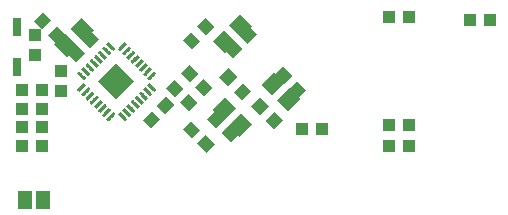
<source format=gbr>
G04 EAGLE Gerber RS-274X export*
G75*
%MOMM*%
%FSLAX34Y34*%
%LPD*%
%INSolderpaste Bottom*%
%IPPOS*%
%AMOC8*
5,1,8,0,0,1.08239X$1,22.5*%
G01*
%ADD10R,1.100000X1.000000*%
%ADD11R,1.000000X1.100000*%
%ADD12R,0.800000X1.600000*%
%ADD13R,2.160000X2.160000*%
%ADD14C,0.067500*%
%ADD15R,1.300000X1.500000*%
%ADD16R,1.168400X1.600200*%


D10*
G36*
X-26093Y68089D02*
X-18316Y60312D01*
X-25387Y53241D01*
X-33164Y61018D01*
X-26093Y68089D01*
G37*
G36*
X-38113Y80109D02*
X-30336Y72332D01*
X-37407Y65261D01*
X-45184Y73038D01*
X-38113Y80109D01*
G37*
D11*
G36*
X19830Y85105D02*
X12759Y92176D01*
X20536Y99953D01*
X27607Y92882D01*
X19830Y85105D01*
G37*
G36*
X31851Y73084D02*
X24780Y80155D01*
X32557Y87932D01*
X39628Y80861D01*
X31851Y73084D01*
G37*
G36*
X-33164Y160351D02*
X-26093Y167422D01*
X-18316Y159645D01*
X-25387Y152574D01*
X-33164Y160351D01*
G37*
G36*
X-45184Y148330D02*
X-38113Y155401D01*
X-30336Y147624D01*
X-37407Y140553D01*
X-45184Y148330D01*
G37*
D10*
G36*
X-5455Y76820D02*
X2322Y69043D01*
X-4749Y61972D01*
X-12526Y69749D01*
X-5455Y76820D01*
G37*
G36*
X-17476Y88841D02*
X-9699Y81064D01*
X-16770Y73993D01*
X-24547Y81770D01*
X-17476Y88841D01*
G37*
G36*
X2555Y152501D02*
X10332Y160278D01*
X17403Y153207D01*
X9626Y145430D01*
X2555Y152501D01*
G37*
G36*
X-9466Y140480D02*
X-1689Y148257D01*
X5382Y141186D01*
X-2395Y133409D01*
X-9466Y140480D01*
G37*
G36*
X51695Y114126D02*
X59472Y106349D01*
X52401Y99278D01*
X44624Y107055D01*
X51695Y114126D01*
G37*
G36*
X39674Y126147D02*
X47451Y118370D01*
X40380Y111299D01*
X32603Y119076D01*
X39674Y126147D01*
G37*
G36*
X-38995Y112886D02*
X-46772Y120663D01*
X-39701Y127734D01*
X-31924Y119957D01*
X-38995Y112886D01*
G37*
G36*
X-26974Y100866D02*
X-34751Y108643D01*
X-27680Y115714D01*
X-19903Y107937D01*
X-26974Y100866D01*
G37*
G36*
X-51695Y100186D02*
X-59472Y107963D01*
X-52401Y115034D01*
X-44624Y107257D01*
X-51695Y100186D01*
G37*
G36*
X-39674Y88166D02*
X-47451Y95943D01*
X-40380Y103014D01*
X-32603Y95237D01*
X-39674Y88166D01*
G37*
D11*
G36*
X-7157Y109711D02*
X-14228Y116782D01*
X-6451Y124559D01*
X620Y117488D01*
X-7157Y109711D01*
G37*
G36*
X4864Y97691D02*
X-2207Y104762D01*
X5570Y112539D01*
X12641Y105468D01*
X4864Y97691D01*
G37*
D10*
X-164538Y58738D03*
X-181538Y58738D03*
X-164538Y106363D03*
X-181538Y106363D03*
D11*
X-181538Y74613D03*
X-164538Y74613D03*
X-181538Y90488D03*
X-164538Y90488D03*
X-148431Y105006D03*
X-148431Y122006D03*
D10*
G36*
X-67295Y92970D02*
X-59518Y100747D01*
X-52447Y93676D01*
X-60224Y85899D01*
X-67295Y92970D01*
G37*
G36*
X-79316Y80949D02*
X-71539Y88726D01*
X-64468Y81655D01*
X-72245Y73878D01*
X-79316Y80949D01*
G37*
G36*
X-127968Y137218D02*
X-135745Y129441D01*
X-142816Y136512D01*
X-135039Y144289D01*
X-127968Y137218D01*
G37*
G36*
X-115947Y149238D02*
X-123724Y141461D01*
X-130795Y148532D01*
X-123018Y156309D01*
X-115947Y149238D01*
G37*
D12*
X-185738Y125875D03*
X-185738Y159875D03*
D11*
X146613Y168275D03*
X129613Y168275D03*
D10*
X129613Y76200D03*
X146613Y76200D03*
D11*
X129613Y58738D03*
X146613Y58738D03*
D10*
X214875Y165100D03*
X197875Y165100D03*
D11*
X72794Y73025D03*
X55794Y73025D03*
D13*
G36*
X-101600Y128779D02*
X-86327Y113506D01*
X-101600Y98233D01*
X-116873Y113506D01*
X-101600Y128779D01*
G37*
D14*
X-103209Y85717D02*
X-108459Y80467D01*
X-109891Y81899D01*
X-104641Y87149D01*
X-103209Y85717D01*
X-107818Y81108D02*
X-109100Y81108D01*
X-109741Y81749D02*
X-107177Y81749D01*
X-106536Y82390D02*
X-109400Y82390D01*
X-108759Y83031D02*
X-105895Y83031D01*
X-105254Y83672D02*
X-108118Y83672D01*
X-107477Y84313D02*
X-104613Y84313D01*
X-103972Y84954D02*
X-106836Y84954D01*
X-106195Y85595D02*
X-103331Y85595D01*
X-103728Y86236D02*
X-105554Y86236D01*
X-104913Y86877D02*
X-104369Y86877D01*
X-106744Y89252D02*
X-111994Y84002D01*
X-113426Y85434D01*
X-108176Y90684D01*
X-106744Y89252D01*
X-111353Y84643D02*
X-112635Y84643D01*
X-113276Y85284D02*
X-110712Y85284D01*
X-110071Y85925D02*
X-112935Y85925D01*
X-112294Y86566D02*
X-109430Y86566D01*
X-108789Y87207D02*
X-111653Y87207D01*
X-111012Y87848D02*
X-108148Y87848D01*
X-107507Y88489D02*
X-110371Y88489D01*
X-109730Y89130D02*
X-106866Y89130D01*
X-107263Y89771D02*
X-109089Y89771D01*
X-108448Y90412D02*
X-107904Y90412D01*
X-110280Y92788D02*
X-115530Y87538D01*
X-116962Y88970D01*
X-111712Y94220D01*
X-110280Y92788D01*
X-114889Y88179D02*
X-116171Y88179D01*
X-116812Y88820D02*
X-114248Y88820D01*
X-113607Y89461D02*
X-116471Y89461D01*
X-115830Y90102D02*
X-112966Y90102D01*
X-112325Y90743D02*
X-115189Y90743D01*
X-114548Y91384D02*
X-111684Y91384D01*
X-111043Y92025D02*
X-113907Y92025D01*
X-113266Y92666D02*
X-110402Y92666D01*
X-110799Y93307D02*
X-112625Y93307D01*
X-111984Y93948D02*
X-111440Y93948D01*
X-113815Y96323D02*
X-119065Y91073D01*
X-120497Y92505D01*
X-115247Y97755D01*
X-113815Y96323D01*
X-118424Y91714D02*
X-119706Y91714D01*
X-120347Y92355D02*
X-117783Y92355D01*
X-117142Y92996D02*
X-120006Y92996D01*
X-119365Y93637D02*
X-116501Y93637D01*
X-115860Y94278D02*
X-118724Y94278D01*
X-118083Y94919D02*
X-115219Y94919D01*
X-114578Y95560D02*
X-117442Y95560D01*
X-116801Y96201D02*
X-113937Y96201D01*
X-114334Y96842D02*
X-116160Y96842D01*
X-115519Y97483D02*
X-114975Y97483D01*
X-117351Y99859D02*
X-122601Y94609D01*
X-124033Y96041D01*
X-118783Y101291D01*
X-117351Y99859D01*
X-121960Y95250D02*
X-123242Y95250D01*
X-123883Y95891D02*
X-121319Y95891D01*
X-120678Y96532D02*
X-123542Y96532D01*
X-122901Y97173D02*
X-120037Y97173D01*
X-119396Y97814D02*
X-122260Y97814D01*
X-121619Y98455D02*
X-118755Y98455D01*
X-118114Y99096D02*
X-120978Y99096D01*
X-120337Y99737D02*
X-117473Y99737D01*
X-117870Y100378D02*
X-119696Y100378D01*
X-119055Y101019D02*
X-118511Y101019D01*
X-120886Y103394D02*
X-126136Y98144D01*
X-127568Y99576D01*
X-122318Y104826D01*
X-120886Y103394D01*
X-125495Y98785D02*
X-126777Y98785D01*
X-127418Y99426D02*
X-124854Y99426D01*
X-124213Y100067D02*
X-127077Y100067D01*
X-126436Y100708D02*
X-123572Y100708D01*
X-122931Y101349D02*
X-125795Y101349D01*
X-125154Y101990D02*
X-122290Y101990D01*
X-121649Y102631D02*
X-124513Y102631D01*
X-123872Y103272D02*
X-121008Y103272D01*
X-121405Y103913D02*
X-123231Y103913D01*
X-122590Y104554D02*
X-122046Y104554D01*
X-124422Y106930D02*
X-129672Y101680D01*
X-131104Y103112D01*
X-125854Y108362D01*
X-124422Y106930D01*
X-129031Y102321D02*
X-130313Y102321D01*
X-130954Y102962D02*
X-128390Y102962D01*
X-127749Y103603D02*
X-130613Y103603D01*
X-129972Y104244D02*
X-127108Y104244D01*
X-126467Y104885D02*
X-129331Y104885D01*
X-128690Y105526D02*
X-125826Y105526D01*
X-125185Y106167D02*
X-128049Y106167D01*
X-127408Y106808D02*
X-124544Y106808D01*
X-124941Y107449D02*
X-126767Y107449D01*
X-126126Y108090D02*
X-125582Y108090D01*
X-127958Y110466D02*
X-133208Y105216D01*
X-134640Y106648D01*
X-129390Y111898D01*
X-127958Y110466D01*
X-132567Y105857D02*
X-133849Y105857D01*
X-134490Y106498D02*
X-131926Y106498D01*
X-131285Y107139D02*
X-134149Y107139D01*
X-133508Y107780D02*
X-130644Y107780D01*
X-130003Y108421D02*
X-132867Y108421D01*
X-132226Y109062D02*
X-129362Y109062D01*
X-128721Y109703D02*
X-131585Y109703D01*
X-130944Y110344D02*
X-128080Y110344D01*
X-128477Y110985D02*
X-130303Y110985D01*
X-129662Y111626D02*
X-129118Y111626D01*
X-98559Y139864D02*
X-93309Y145114D01*
X-98559Y139864D02*
X-99991Y141296D01*
X-94741Y146546D01*
X-93309Y145114D01*
X-97918Y140505D02*
X-99200Y140505D01*
X-99841Y141146D02*
X-97277Y141146D01*
X-96636Y141787D02*
X-99500Y141787D01*
X-98859Y142428D02*
X-95995Y142428D01*
X-95354Y143069D02*
X-98218Y143069D01*
X-97577Y143710D02*
X-94713Y143710D01*
X-94072Y144351D02*
X-96936Y144351D01*
X-96295Y144992D02*
X-93431Y144992D01*
X-93828Y145633D02*
X-95654Y145633D01*
X-95013Y146274D02*
X-94469Y146274D01*
X-89774Y141578D02*
X-95024Y136328D01*
X-96456Y137760D01*
X-91206Y143010D01*
X-89774Y141578D01*
X-94383Y136969D02*
X-95665Y136969D01*
X-96306Y137610D02*
X-93742Y137610D01*
X-93101Y138251D02*
X-95965Y138251D01*
X-95324Y138892D02*
X-92460Y138892D01*
X-91819Y139533D02*
X-94683Y139533D01*
X-94042Y140174D02*
X-91178Y140174D01*
X-90537Y140815D02*
X-93401Y140815D01*
X-92760Y141456D02*
X-89896Y141456D01*
X-90293Y142097D02*
X-92119Y142097D01*
X-91478Y142738D02*
X-90934Y142738D01*
X-86238Y138043D02*
X-91488Y132793D01*
X-92920Y134225D01*
X-87670Y139475D01*
X-86238Y138043D01*
X-90847Y133434D02*
X-92129Y133434D01*
X-92770Y134075D02*
X-90206Y134075D01*
X-89565Y134716D02*
X-92429Y134716D01*
X-91788Y135357D02*
X-88924Y135357D01*
X-88283Y135998D02*
X-91147Y135998D01*
X-90506Y136639D02*
X-87642Y136639D01*
X-87001Y137280D02*
X-89865Y137280D01*
X-89224Y137921D02*
X-86360Y137921D01*
X-86757Y138562D02*
X-88583Y138562D01*
X-87942Y139203D02*
X-87398Y139203D01*
X-82703Y134507D02*
X-87953Y129257D01*
X-89385Y130689D01*
X-84135Y135939D01*
X-82703Y134507D01*
X-87312Y129898D02*
X-88594Y129898D01*
X-89235Y130539D02*
X-86671Y130539D01*
X-86030Y131180D02*
X-88894Y131180D01*
X-88253Y131821D02*
X-85389Y131821D01*
X-84748Y132462D02*
X-87612Y132462D01*
X-86971Y133103D02*
X-84107Y133103D01*
X-83466Y133744D02*
X-86330Y133744D01*
X-85689Y134385D02*
X-82825Y134385D01*
X-83222Y135026D02*
X-85048Y135026D01*
X-84407Y135667D02*
X-83863Y135667D01*
X-79167Y130972D02*
X-84417Y125722D01*
X-85849Y127154D01*
X-80599Y132404D01*
X-79167Y130972D01*
X-83776Y126363D02*
X-85058Y126363D01*
X-85699Y127004D02*
X-83135Y127004D01*
X-82494Y127645D02*
X-85358Y127645D01*
X-84717Y128286D02*
X-81853Y128286D01*
X-81212Y128927D02*
X-84076Y128927D01*
X-83435Y129568D02*
X-80571Y129568D01*
X-79930Y130209D02*
X-82794Y130209D01*
X-82153Y130850D02*
X-79289Y130850D01*
X-79686Y131491D02*
X-81512Y131491D01*
X-80871Y132132D02*
X-80327Y132132D01*
X-75632Y127436D02*
X-80882Y122186D01*
X-82314Y123618D01*
X-77064Y128868D01*
X-75632Y127436D01*
X-80241Y122827D02*
X-81523Y122827D01*
X-82164Y123468D02*
X-79600Y123468D01*
X-78959Y124109D02*
X-81823Y124109D01*
X-81182Y124750D02*
X-78318Y124750D01*
X-77677Y125391D02*
X-80541Y125391D01*
X-79900Y126032D02*
X-77036Y126032D01*
X-76395Y126673D02*
X-79259Y126673D01*
X-78618Y127314D02*
X-75754Y127314D01*
X-76151Y127955D02*
X-77977Y127955D01*
X-77336Y128596D02*
X-76792Y128596D01*
X-72096Y123901D02*
X-77346Y118651D01*
X-78778Y120083D01*
X-73528Y125333D01*
X-72096Y123901D01*
X-76705Y119292D02*
X-77987Y119292D01*
X-78628Y119933D02*
X-76064Y119933D01*
X-75423Y120574D02*
X-78287Y120574D01*
X-77646Y121215D02*
X-74782Y121215D01*
X-74141Y121856D02*
X-77005Y121856D01*
X-76364Y122497D02*
X-73500Y122497D01*
X-72859Y123138D02*
X-75723Y123138D01*
X-75082Y123779D02*
X-72218Y123779D01*
X-72615Y124420D02*
X-74441Y124420D01*
X-73800Y125061D02*
X-73256Y125061D01*
X-68561Y120365D02*
X-73811Y115115D01*
X-75243Y116547D01*
X-69993Y121797D01*
X-68561Y120365D01*
X-73170Y115756D02*
X-74452Y115756D01*
X-75093Y116397D02*
X-72529Y116397D01*
X-71888Y117038D02*
X-74752Y117038D01*
X-74111Y117679D02*
X-71247Y117679D01*
X-70606Y118320D02*
X-73470Y118320D01*
X-72829Y118961D02*
X-69965Y118961D01*
X-69324Y119602D02*
X-72188Y119602D01*
X-71547Y120243D02*
X-68683Y120243D01*
X-69080Y120884D02*
X-70906Y120884D01*
X-70265Y121525D02*
X-69721Y121525D01*
X-73811Y111898D02*
X-68561Y106648D01*
X-69993Y105216D01*
X-75243Y110466D01*
X-73811Y111898D01*
X-70634Y105857D02*
X-69352Y105857D01*
X-68711Y106498D02*
X-71275Y106498D01*
X-71916Y107139D02*
X-69052Y107139D01*
X-69693Y107780D02*
X-72557Y107780D01*
X-73198Y108421D02*
X-70334Y108421D01*
X-70975Y109062D02*
X-73839Y109062D01*
X-74480Y109703D02*
X-71616Y109703D01*
X-72257Y110344D02*
X-75121Y110344D01*
X-74724Y110985D02*
X-72898Y110985D01*
X-73539Y111626D02*
X-74083Y111626D01*
X-77346Y108362D02*
X-72096Y103112D01*
X-73528Y101680D01*
X-78778Y106930D01*
X-77346Y108362D01*
X-74169Y102321D02*
X-72887Y102321D01*
X-72246Y102962D02*
X-74810Y102962D01*
X-75451Y103603D02*
X-72587Y103603D01*
X-73228Y104244D02*
X-76092Y104244D01*
X-76733Y104885D02*
X-73869Y104885D01*
X-74510Y105526D02*
X-77374Y105526D01*
X-78015Y106167D02*
X-75151Y106167D01*
X-75792Y106808D02*
X-78656Y106808D01*
X-78259Y107449D02*
X-76433Y107449D01*
X-77074Y108090D02*
X-77618Y108090D01*
X-80882Y104826D02*
X-75632Y99576D01*
X-77064Y98144D01*
X-82314Y103394D01*
X-80882Y104826D01*
X-77705Y98785D02*
X-76423Y98785D01*
X-75782Y99426D02*
X-78346Y99426D01*
X-78987Y100067D02*
X-76123Y100067D01*
X-76764Y100708D02*
X-79628Y100708D01*
X-80269Y101349D02*
X-77405Y101349D01*
X-78046Y101990D02*
X-80910Y101990D01*
X-81551Y102631D02*
X-78687Y102631D01*
X-79328Y103272D02*
X-82192Y103272D01*
X-81795Y103913D02*
X-79969Y103913D01*
X-80610Y104554D02*
X-81154Y104554D01*
X-84417Y101291D02*
X-79167Y96041D01*
X-80599Y94609D01*
X-85849Y99859D01*
X-84417Y101291D01*
X-81240Y95250D02*
X-79958Y95250D01*
X-79317Y95891D02*
X-81881Y95891D01*
X-82522Y96532D02*
X-79658Y96532D01*
X-80299Y97173D02*
X-83163Y97173D01*
X-83804Y97814D02*
X-80940Y97814D01*
X-81581Y98455D02*
X-84445Y98455D01*
X-85086Y99096D02*
X-82222Y99096D01*
X-82863Y99737D02*
X-85727Y99737D01*
X-85330Y100378D02*
X-83504Y100378D01*
X-84145Y101019D02*
X-84689Y101019D01*
X-87953Y97755D02*
X-82703Y92505D01*
X-84135Y91073D01*
X-89385Y96323D01*
X-87953Y97755D01*
X-84776Y91714D02*
X-83494Y91714D01*
X-82853Y92355D02*
X-85417Y92355D01*
X-86058Y92996D02*
X-83194Y92996D01*
X-83835Y93637D02*
X-86699Y93637D01*
X-87340Y94278D02*
X-84476Y94278D01*
X-85117Y94919D02*
X-87981Y94919D01*
X-88622Y95560D02*
X-85758Y95560D01*
X-86399Y96201D02*
X-89263Y96201D01*
X-88866Y96842D02*
X-87040Y96842D01*
X-87681Y97483D02*
X-88225Y97483D01*
X-91488Y94220D02*
X-86238Y88970D01*
X-87670Y87538D01*
X-92920Y92788D01*
X-91488Y94220D01*
X-88311Y88179D02*
X-87029Y88179D01*
X-86388Y88820D02*
X-88952Y88820D01*
X-89593Y89461D02*
X-86729Y89461D01*
X-87370Y90102D02*
X-90234Y90102D01*
X-90875Y90743D02*
X-88011Y90743D01*
X-88652Y91384D02*
X-91516Y91384D01*
X-92157Y92025D02*
X-89293Y92025D01*
X-89934Y92666D02*
X-92798Y92666D01*
X-92401Y93307D02*
X-90575Y93307D01*
X-91216Y93948D02*
X-91760Y93948D01*
X-95024Y90684D02*
X-89774Y85434D01*
X-91206Y84002D01*
X-96456Y89252D01*
X-95024Y90684D01*
X-91847Y84643D02*
X-90565Y84643D01*
X-89924Y85284D02*
X-92488Y85284D01*
X-93129Y85925D02*
X-90265Y85925D01*
X-90906Y86566D02*
X-93770Y86566D01*
X-94411Y87207D02*
X-91547Y87207D01*
X-92188Y87848D02*
X-95052Y87848D01*
X-95693Y88489D02*
X-92829Y88489D01*
X-93470Y89130D02*
X-96334Y89130D01*
X-95937Y89771D02*
X-94111Y89771D01*
X-94752Y90412D02*
X-95296Y90412D01*
X-98559Y87149D02*
X-93309Y81899D01*
X-94741Y80467D01*
X-99991Y85717D01*
X-98559Y87149D01*
X-95382Y81108D02*
X-94100Y81108D01*
X-93459Y81749D02*
X-96023Y81749D01*
X-96664Y82390D02*
X-93800Y82390D01*
X-94441Y83031D02*
X-97305Y83031D01*
X-97946Y83672D02*
X-95082Y83672D01*
X-95723Y84313D02*
X-98587Y84313D01*
X-99228Y84954D02*
X-96364Y84954D01*
X-97005Y85595D02*
X-99869Y85595D01*
X-99472Y86236D02*
X-97646Y86236D01*
X-98287Y86877D02*
X-98831Y86877D01*
X-127958Y116547D02*
X-133208Y121797D01*
X-127958Y116547D02*
X-129390Y115115D01*
X-134640Y120365D01*
X-133208Y121797D01*
X-130031Y115756D02*
X-128749Y115756D01*
X-128108Y116397D02*
X-130672Y116397D01*
X-131313Y117038D02*
X-128449Y117038D01*
X-129090Y117679D02*
X-131954Y117679D01*
X-132595Y118320D02*
X-129731Y118320D01*
X-130372Y118961D02*
X-133236Y118961D01*
X-133877Y119602D02*
X-131013Y119602D01*
X-131654Y120243D02*
X-134518Y120243D01*
X-134121Y120884D02*
X-132295Y120884D01*
X-132936Y121525D02*
X-133480Y121525D01*
X-129672Y125333D02*
X-124422Y120083D01*
X-125854Y118651D01*
X-131104Y123901D01*
X-129672Y125333D01*
X-126495Y119292D02*
X-125213Y119292D01*
X-124572Y119933D02*
X-127136Y119933D01*
X-127777Y120574D02*
X-124913Y120574D01*
X-125554Y121215D02*
X-128418Y121215D01*
X-129059Y121856D02*
X-126195Y121856D01*
X-126836Y122497D02*
X-129700Y122497D01*
X-130341Y123138D02*
X-127477Y123138D01*
X-128118Y123779D02*
X-130982Y123779D01*
X-130585Y124420D02*
X-128759Y124420D01*
X-129400Y125061D02*
X-129944Y125061D01*
X-126136Y128868D02*
X-120886Y123618D01*
X-122318Y122186D01*
X-127568Y127436D01*
X-126136Y128868D01*
X-122959Y122827D02*
X-121677Y122827D01*
X-121036Y123468D02*
X-123600Y123468D01*
X-124241Y124109D02*
X-121377Y124109D01*
X-122018Y124750D02*
X-124882Y124750D01*
X-125523Y125391D02*
X-122659Y125391D01*
X-123300Y126032D02*
X-126164Y126032D01*
X-126805Y126673D02*
X-123941Y126673D01*
X-124582Y127314D02*
X-127446Y127314D01*
X-127049Y127955D02*
X-125223Y127955D01*
X-125864Y128596D02*
X-126408Y128596D01*
X-122601Y132404D02*
X-117351Y127154D01*
X-118783Y125722D01*
X-124033Y130972D01*
X-122601Y132404D01*
X-119424Y126363D02*
X-118142Y126363D01*
X-117501Y127004D02*
X-120065Y127004D01*
X-120706Y127645D02*
X-117842Y127645D01*
X-118483Y128286D02*
X-121347Y128286D01*
X-121988Y128927D02*
X-119124Y128927D01*
X-119765Y129568D02*
X-122629Y129568D01*
X-123270Y130209D02*
X-120406Y130209D01*
X-121047Y130850D02*
X-123911Y130850D01*
X-123514Y131491D02*
X-121688Y131491D01*
X-122329Y132132D02*
X-122873Y132132D01*
X-119065Y135939D02*
X-113815Y130689D01*
X-115247Y129257D01*
X-120497Y134507D01*
X-119065Y135939D01*
X-115888Y129898D02*
X-114606Y129898D01*
X-113965Y130539D02*
X-116529Y130539D01*
X-117170Y131180D02*
X-114306Y131180D01*
X-114947Y131821D02*
X-117811Y131821D01*
X-118452Y132462D02*
X-115588Y132462D01*
X-116229Y133103D02*
X-119093Y133103D01*
X-119734Y133744D02*
X-116870Y133744D01*
X-117511Y134385D02*
X-120375Y134385D01*
X-119978Y135026D02*
X-118152Y135026D01*
X-118793Y135667D02*
X-119337Y135667D01*
X-115530Y139475D02*
X-110280Y134225D01*
X-111712Y132793D01*
X-116962Y138043D01*
X-115530Y139475D01*
X-112353Y133434D02*
X-111071Y133434D01*
X-110430Y134075D02*
X-112994Y134075D01*
X-113635Y134716D02*
X-110771Y134716D01*
X-111412Y135357D02*
X-114276Y135357D01*
X-114917Y135998D02*
X-112053Y135998D01*
X-112694Y136639D02*
X-115558Y136639D01*
X-116199Y137280D02*
X-113335Y137280D01*
X-113976Y137921D02*
X-116840Y137921D01*
X-116443Y138562D02*
X-114617Y138562D01*
X-115258Y139203D02*
X-115802Y139203D01*
X-111994Y143010D02*
X-106744Y137760D01*
X-108176Y136328D01*
X-113426Y141578D01*
X-111994Y143010D01*
X-108817Y136969D02*
X-107535Y136969D01*
X-106894Y137610D02*
X-109458Y137610D01*
X-110099Y138251D02*
X-107235Y138251D01*
X-107876Y138892D02*
X-110740Y138892D01*
X-111381Y139533D02*
X-108517Y139533D01*
X-109158Y140174D02*
X-112022Y140174D01*
X-112663Y140815D02*
X-109799Y140815D01*
X-110440Y141456D02*
X-113304Y141456D01*
X-112907Y142097D02*
X-111081Y142097D01*
X-111722Y142738D02*
X-112266Y142738D01*
X-108459Y146546D02*
X-103209Y141296D01*
X-104641Y139864D01*
X-109891Y145114D01*
X-108459Y146546D01*
X-105282Y140505D02*
X-104000Y140505D01*
X-103359Y141146D02*
X-105923Y141146D01*
X-106564Y141787D02*
X-103700Y141787D01*
X-104341Y142428D02*
X-107205Y142428D01*
X-107846Y143069D02*
X-104982Y143069D01*
X-105623Y143710D02*
X-108487Y143710D01*
X-109128Y144351D02*
X-106264Y144351D01*
X-106905Y144992D02*
X-109769Y144992D01*
X-109372Y145633D02*
X-107546Y145633D01*
X-108187Y146274D02*
X-108731Y146274D01*
D11*
X-170656Y152963D03*
X-170656Y135963D03*
G36*
X-164456Y157336D02*
X-171527Y164407D01*
X-163750Y172184D01*
X-156679Y165113D01*
X-164456Y157336D01*
G37*
G36*
X-152435Y145316D02*
X-159506Y152387D01*
X-151729Y160164D01*
X-144658Y153093D01*
X-152435Y145316D01*
G37*
D15*
G36*
X-134137Y143388D02*
X-143329Y134196D01*
X-153935Y144802D01*
X-144743Y153994D01*
X-134137Y143388D01*
G37*
G36*
X-120702Y156823D02*
X-129894Y147631D01*
X-140500Y158237D01*
X-131308Y167429D01*
X-120702Y156823D01*
G37*
D16*
X-179070Y12700D03*
X-163830Y12700D03*
D15*
G36*
X4250Y86525D02*
X13442Y77333D01*
X2836Y66727D01*
X-6356Y75919D01*
X4250Y86525D01*
G37*
G36*
X-9186Y99960D02*
X6Y90768D01*
X-10600Y80162D01*
X-19792Y89354D01*
X-9186Y99960D01*
G37*
G36*
X-6356Y161412D02*
X2836Y170604D01*
X13442Y159998D01*
X4250Y150806D01*
X-6356Y161412D01*
G37*
G36*
X-19792Y147977D02*
X-10600Y157169D01*
X6Y146563D01*
X-9186Y137371D01*
X-19792Y147977D01*
G37*
G36*
X45525Y107956D02*
X54717Y98764D01*
X44111Y88158D01*
X34919Y97350D01*
X45525Y107956D01*
G37*
G36*
X32090Y121392D02*
X41282Y112200D01*
X30676Y101594D01*
X21484Y110786D01*
X32090Y121392D01*
G37*
M02*

</source>
